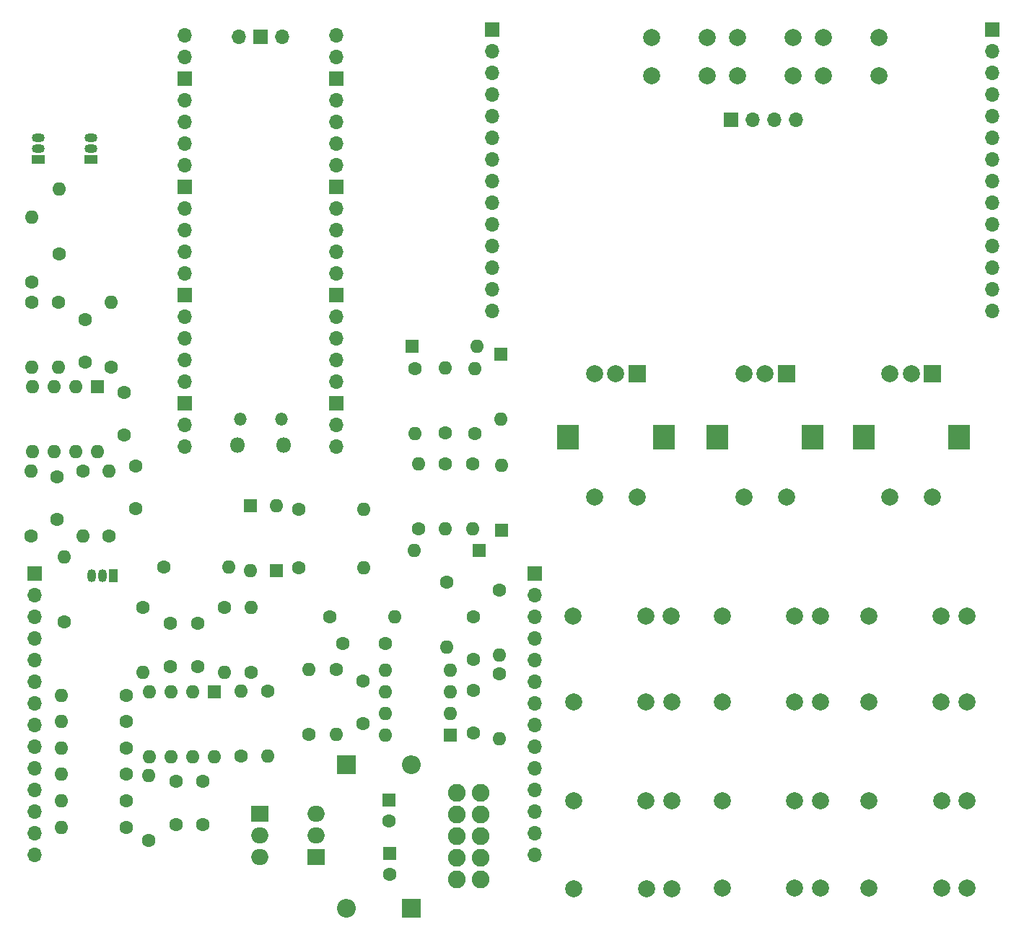
<source format=gts>
G04 #@! TF.GenerationSoftware,KiCad,Pcbnew,(6.0.0-0)*
G04 #@! TF.CreationDate,2022-05-01T22:25:31-03:00*
G04 #@! TF.ProjectId,3lw_fp_and_bp_circuit,336c775f-6670-45f6-916e-645f62705f63,rev?*
G04 #@! TF.SameCoordinates,Original*
G04 #@! TF.FileFunction,Soldermask,Top*
G04 #@! TF.FilePolarity,Negative*
%FSLAX46Y46*%
G04 Gerber Fmt 4.6, Leading zero omitted, Abs format (unit mm)*
G04 Created by KiCad (PCBNEW (6.0.0-0)) date 2022-05-01 22:25:31*
%MOMM*%
%LPD*%
G01*
G04 APERTURE LIST*
%ADD10C,1.600000*%
%ADD11O,1.600000X1.600000*%
%ADD12C,2.000000*%
%ADD13R,1.600000X1.600000*%
%ADD14R,1.500000X1.050000*%
%ADD15O,1.500000X1.050000*%
%ADD16R,1.700000X1.700000*%
%ADD17O,1.700000X1.700000*%
%ADD18R,2.000000X2.000000*%
%ADD19R,2.500000X3.000000*%
%ADD20R,1.050000X1.500000*%
%ADD21O,1.050000X1.500000*%
%ADD22C,2.082800*%
%ADD23O,1.800000X1.800000*%
%ADD24O,1.500000X1.500000*%
%ADD25R,2.000000X1.905000*%
%ADD26O,2.000000X1.905000*%
%ADD27R,2.200000X2.200000*%
%ADD28O,2.200000X2.200000*%
G04 APERTURE END LIST*
D10*
X25752109Y-91650000D03*
D11*
X25752109Y-84030000D03*
D12*
X97067827Y-122936789D03*
X85567827Y-122936789D03*
X94067827Y-122936789D03*
D10*
X33016509Y-112630400D03*
D11*
X25396509Y-112630400D03*
D13*
X50669509Y-85655600D03*
D11*
X50669509Y-78035600D03*
D12*
X114466800Y-90911520D03*
X102966800Y-90911520D03*
X111466800Y-90911520D03*
D10*
X44598909Y-89922800D03*
D11*
X44598909Y-97542800D03*
D10*
X31238509Y-61779600D03*
D11*
X31238509Y-54159600D03*
D10*
X57690306Y-97238000D03*
D11*
X57690306Y-104858000D03*
D13*
X66595309Y-59290400D03*
D11*
X74215309Y-59290400D03*
D10*
X34997709Y-89922800D03*
D11*
X34997709Y-97542800D03*
D10*
X76856909Y-87941600D03*
D11*
X76856909Y-95561600D03*
D10*
X32813309Y-69715200D03*
X32813309Y-64715200D03*
X53285709Y-78442000D03*
D11*
X60905709Y-78442000D03*
D12*
X114485150Y-122898782D03*
X102985150Y-122898782D03*
X111485150Y-122898782D03*
D14*
X22704109Y-37395600D03*
D15*
X22704109Y-36125600D03*
X22704109Y-34855600D03*
D12*
X131656205Y-90911520D03*
X120156205Y-90911520D03*
X128656205Y-90911520D03*
X97042427Y-112641277D03*
X85542427Y-112641277D03*
X94042427Y-112641277D03*
D10*
X60789106Y-98609600D03*
X60789106Y-103609600D03*
X21992909Y-54159600D03*
D11*
X21992909Y-61779600D03*
D10*
X49628109Y-99778000D03*
D11*
X49628109Y-107398000D03*
D12*
X96991627Y-90936920D03*
X85491627Y-90936920D03*
X93991627Y-90936920D03*
D10*
X58405709Y-94139200D03*
X63405709Y-94139200D03*
D12*
X104742200Y-23056606D03*
X111242200Y-23056606D03*
X111242200Y-27556606D03*
X104742200Y-27556606D03*
D10*
X33016509Y-106432800D03*
D11*
X25396509Y-106432800D03*
D10*
X34134109Y-73351200D03*
X34134109Y-78351200D03*
X38198109Y-91842400D03*
X38198109Y-96842400D03*
X73935909Y-69501200D03*
D11*
X73935909Y-61881200D03*
D13*
X43379709Y-99828800D03*
D11*
X40839709Y-99828800D03*
X38299709Y-99828800D03*
X35759709Y-99828800D03*
X35759709Y-107448800D03*
X38299709Y-107448800D03*
X40839709Y-107448800D03*
X43379709Y-107448800D03*
D14*
X28906109Y-37395600D03*
D15*
X28906109Y-36125600D03*
X28906109Y-34855600D03*
D10*
X33016509Y-109531600D03*
D11*
X25396509Y-109531600D03*
D16*
X104014400Y-32675256D03*
D17*
X106554400Y-32675256D03*
X109094400Y-32675256D03*
X111634400Y-32675256D03*
D10*
X25142509Y-48470000D03*
D11*
X25142509Y-40850000D03*
D10*
X42058909Y-115384400D03*
X42058909Y-110384400D03*
D13*
X76958509Y-60204800D03*
D11*
X76958509Y-67824800D03*
D12*
X114485150Y-112603270D03*
X102985150Y-112603270D03*
X111485150Y-112603270D03*
D13*
X47646909Y-78035600D03*
D11*
X47646909Y-85655600D03*
D10*
X70506909Y-69475800D03*
D11*
X70506909Y-61855800D03*
D10*
X21891309Y-81540800D03*
D11*
X21891309Y-73920800D03*
D10*
X47697709Y-97542800D03*
D11*
X47697709Y-89922800D03*
D10*
X53285709Y-85274600D03*
D11*
X60905709Y-85274600D03*
D10*
X35708909Y-117304000D03*
D11*
X35708909Y-109684000D03*
D12*
X97017027Y-101046525D03*
X85517027Y-101046525D03*
X94017027Y-101046525D03*
D10*
X70608509Y-86976400D03*
D11*
X70608509Y-94596400D03*
D10*
X37486909Y-85223800D03*
D11*
X45106909Y-85223800D03*
D18*
X92984227Y-62470866D03*
D12*
X87984227Y-62470866D03*
X90484227Y-62470866D03*
D19*
X84884227Y-69970866D03*
X96084227Y-69970866D03*
D12*
X92984227Y-76970866D03*
X87984227Y-76970866D03*
D10*
X33016509Y-115729200D03*
D11*
X25396509Y-115729200D03*
D18*
X127638205Y-62470866D03*
D12*
X122638205Y-62470866D03*
X125138205Y-62470866D03*
D19*
X119538205Y-69970866D03*
X130738205Y-69970866D03*
D12*
X127638205Y-76970866D03*
X122638205Y-76970866D03*
D10*
X21992909Y-51772000D03*
D11*
X21992909Y-44152000D03*
D10*
X31035309Y-81540800D03*
D11*
X31035309Y-73920800D03*
D13*
X74443909Y-83242600D03*
D11*
X66823909Y-83242600D03*
D10*
X67357309Y-80677200D03*
D11*
X67357309Y-73057200D03*
D10*
X28190509Y-61119200D03*
X28190509Y-56119200D03*
D12*
X121314264Y-23056606D03*
X114814264Y-23056606D03*
X114814264Y-27556606D03*
X121314264Y-27556606D03*
D18*
X110492200Y-62470866D03*
D12*
X105492200Y-62470866D03*
X107992200Y-62470866D03*
D19*
X102392200Y-69970866D03*
X113592200Y-69970866D03*
D12*
X110492200Y-76970866D03*
X105492200Y-76970866D03*
D13*
X29653709Y-64065600D03*
D11*
X27113709Y-64065600D03*
X24573709Y-64065600D03*
X22033709Y-64065600D03*
X22033709Y-71685600D03*
X24573709Y-71685600D03*
X27113709Y-71685600D03*
X29653709Y-71685600D03*
D10*
X25091709Y-54159600D03*
D11*
X25091709Y-61779600D03*
D12*
X131668455Y-100995725D03*
X120168455Y-100995725D03*
X128668455Y-100995725D03*
D13*
X71040706Y-104898800D03*
D11*
X71040706Y-102358800D03*
X71040706Y-99818800D03*
X71040706Y-97278800D03*
X63420706Y-97278800D03*
X63420706Y-99818800D03*
X63420706Y-102358800D03*
X63420706Y-104898800D03*
D10*
X46529309Y-107398000D03*
D11*
X46529309Y-99778000D03*
D10*
X24939309Y-74621200D03*
X24939309Y-79621200D03*
D12*
X94719973Y-23056606D03*
X101219973Y-23056606D03*
X101219973Y-27556606D03*
X94719973Y-27556606D03*
D10*
X66874709Y-61932000D03*
D11*
X66874709Y-69552000D03*
D10*
X41449309Y-91842400D03*
X41449309Y-96842400D03*
D12*
X131699055Y-112603270D03*
X120199055Y-112603270D03*
X128699055Y-112603270D03*
D10*
X38858509Y-115384400D03*
X38858509Y-110384400D03*
X73707309Y-73108000D03*
D11*
X73707309Y-80728000D03*
D10*
X33016509Y-103334000D03*
D11*
X25396509Y-103334000D03*
D10*
X33028909Y-100235200D03*
D11*
X25408909Y-100235200D03*
D12*
X114485150Y-101021125D03*
X102985150Y-101021125D03*
X111485150Y-101021125D03*
D10*
X56943309Y-91040400D03*
D11*
X64563309Y-91040400D03*
D10*
X73758109Y-99665600D03*
X73758109Y-104665600D03*
D12*
X131692955Y-122878582D03*
X120192955Y-122878582D03*
X128692955Y-122878582D03*
D16*
X22326800Y-85995800D03*
D17*
X22326800Y-88535800D03*
X22326800Y-91075800D03*
X22326800Y-93615800D03*
X22326800Y-96155800D03*
X22326800Y-98695800D03*
X22326800Y-101235800D03*
X22326800Y-103775800D03*
X22326800Y-106315800D03*
X22326800Y-108855800D03*
X22326800Y-111395800D03*
X22326800Y-113935800D03*
X22326800Y-116475800D03*
X22326800Y-119015800D03*
D10*
X54489906Y-104858000D03*
D11*
X54489906Y-97238000D03*
D10*
X73758109Y-91069600D03*
X73758109Y-96069600D03*
D20*
X31492509Y-86214400D03*
D21*
X30222509Y-86214400D03*
X28952509Y-86214400D03*
D10*
X76856909Y-97746000D03*
D11*
X76856909Y-105366000D03*
D10*
X70506909Y-73108000D03*
D11*
X70506909Y-80728000D03*
D13*
X77060109Y-80880400D03*
D11*
X77060109Y-73260400D03*
D10*
X27987309Y-73920800D03*
D11*
X27987309Y-81540800D03*
D16*
X75995343Y-22156677D03*
D17*
X75995343Y-24696677D03*
X75995343Y-27236677D03*
X75995343Y-29776677D03*
X75995343Y-32316677D03*
X75995343Y-34856677D03*
X75995343Y-37396677D03*
X75995343Y-39936677D03*
X75995343Y-42476677D03*
X75995343Y-45016677D03*
X75995343Y-47556677D03*
X75995343Y-50096677D03*
X75995343Y-52636677D03*
X75995343Y-55176677D03*
D13*
X63953709Y-118800676D03*
D10*
X63953709Y-121300676D03*
D22*
X71786909Y-121825200D03*
X74580909Y-121825200D03*
X71786909Y-119285200D03*
X74580909Y-119285200D03*
X71786909Y-116745200D03*
X74580909Y-116745200D03*
X71786909Y-114205200D03*
X74580909Y-114205200D03*
X71786909Y-111665200D03*
X74580909Y-111665200D03*
D23*
X51540309Y-70886200D03*
X46090309Y-70886200D03*
D24*
X46390309Y-67856200D03*
X51240309Y-67856200D03*
D17*
X39925309Y-71016200D03*
X39925309Y-68476200D03*
D16*
X39925309Y-65936200D03*
D17*
X39925309Y-63396200D03*
X39925309Y-60856200D03*
X39925309Y-58316200D03*
X39925309Y-55776200D03*
D16*
X39925309Y-53236200D03*
D17*
X39925309Y-50696200D03*
X39925309Y-48156200D03*
X39925309Y-45616200D03*
X39925309Y-43076200D03*
D16*
X39925309Y-40536200D03*
D17*
X39925309Y-37996200D03*
X39925309Y-35456200D03*
X39925309Y-32916200D03*
X39925309Y-30376200D03*
D16*
X39925309Y-27836200D03*
D17*
X39925309Y-25296200D03*
X39925309Y-22756200D03*
X57705309Y-22756200D03*
X57705309Y-25296200D03*
D16*
X57705309Y-27836200D03*
D17*
X57705309Y-30376200D03*
X57705309Y-32916200D03*
X57705309Y-35456200D03*
X57705309Y-37996200D03*
D16*
X57705309Y-40536200D03*
D17*
X57705309Y-43076200D03*
X57705309Y-45616200D03*
X57705309Y-48156200D03*
X57705309Y-50696200D03*
D16*
X57705309Y-53236200D03*
D17*
X57705309Y-55776200D03*
X57705309Y-58316200D03*
X57705309Y-60856200D03*
X57705309Y-63396200D03*
D16*
X57705309Y-65936200D03*
D17*
X57705309Y-68476200D03*
X57705309Y-71016200D03*
X46275309Y-22986200D03*
D16*
X48815309Y-22986200D03*
D17*
X51355309Y-22986200D03*
D25*
X48713709Y-114154400D03*
D26*
X48713709Y-116694400D03*
X48713709Y-119234400D03*
D27*
X66493709Y-125240790D03*
D28*
X58873709Y-125240790D03*
D16*
X80988272Y-85928400D03*
D17*
X80988272Y-88468400D03*
X80988272Y-91008400D03*
X80988272Y-93548400D03*
X80988272Y-96088400D03*
X80988272Y-98628400D03*
X80988272Y-101168400D03*
X80988272Y-103708400D03*
X80988272Y-106248400D03*
X80988272Y-108788400D03*
X80988272Y-111328400D03*
X80988272Y-113868400D03*
X80988272Y-116408400D03*
X80988272Y-118948400D03*
D27*
X58873709Y-108414000D03*
D28*
X66493709Y-108414000D03*
D16*
X134661699Y-22098200D03*
D17*
X134661699Y-24638200D03*
X134661699Y-27178200D03*
X134661699Y-29718200D03*
X134661699Y-32258200D03*
X134661699Y-34798200D03*
X134661699Y-37338200D03*
X134661699Y-39878200D03*
X134661699Y-42418200D03*
X134661699Y-44958200D03*
X134661699Y-47498200D03*
X134661699Y-50038200D03*
X134661699Y-52578200D03*
X134661699Y-55118200D03*
D13*
X63899234Y-112518674D03*
D10*
X63899234Y-115018674D03*
D25*
X55337909Y-119234400D03*
D26*
X55337909Y-116694400D03*
X55337909Y-114154400D03*
M02*

</source>
